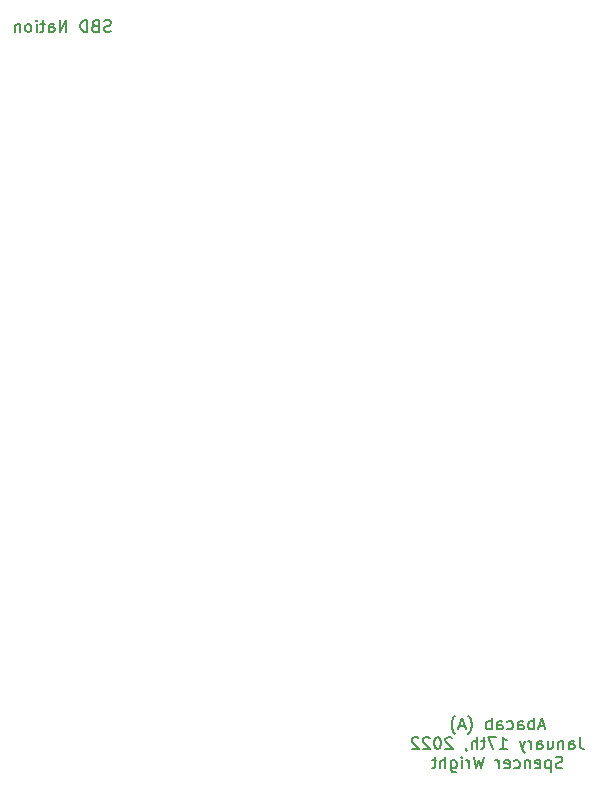
<source format=gbo>
G04 #@! TF.GenerationSoftware,KiCad,Pcbnew,(5.1.6-0-10_14)*
G04 #@! TF.CreationDate,2022-02-17T20:51:05-06:00*
G04 #@! TF.ProjectId,opto_isolator_with_micr,6f70746f-5f69-4736-9f6c-61746f725f77,rev?*
G04 #@! TF.SameCoordinates,Original*
G04 #@! TF.FileFunction,Legend,Bot*
G04 #@! TF.FilePolarity,Positive*
%FSLAX46Y46*%
G04 Gerber Fmt 4.6, Leading zero omitted, Abs format (unit mm)*
G04 Created by KiCad (PCBNEW (5.1.6-0-10_14)) date 2022-02-17 20:51:05*
%MOMM*%
%LPD*%
G01*
G04 APERTURE LIST*
%ADD10C,0.150000*%
%ADD11C,2.700000*%
%ADD12C,3.100000*%
%ADD13R,1.800000X1.800000*%
%ADD14O,1.800000X1.800000*%
%ADD15R,2.500000X1.700000*%
%ADD16O,2.500000X1.700000*%
%ADD17C,1.600000*%
%ADD18C,1.700000*%
%ADD19C,0.100000*%
%ADD20R,1.700000X1.700000*%
%ADD21C,5.100000*%
G04 APERTURE END LIST*
D10*
X154185428Y-68730761D02*
X154042571Y-68778380D01*
X153804476Y-68778380D01*
X153709238Y-68730761D01*
X153661619Y-68683142D01*
X153614000Y-68587904D01*
X153614000Y-68492666D01*
X153661619Y-68397428D01*
X153709238Y-68349809D01*
X153804476Y-68302190D01*
X153994952Y-68254571D01*
X154090190Y-68206952D01*
X154137809Y-68159333D01*
X154185428Y-68064095D01*
X154185428Y-67968857D01*
X154137809Y-67873619D01*
X154090190Y-67826000D01*
X153994952Y-67778380D01*
X153756857Y-67778380D01*
X153614000Y-67826000D01*
X152852095Y-68254571D02*
X152709238Y-68302190D01*
X152661619Y-68349809D01*
X152614000Y-68445047D01*
X152614000Y-68587904D01*
X152661619Y-68683142D01*
X152709238Y-68730761D01*
X152804476Y-68778380D01*
X153185428Y-68778380D01*
X153185428Y-67778380D01*
X152852095Y-67778380D01*
X152756857Y-67826000D01*
X152709238Y-67873619D01*
X152661619Y-67968857D01*
X152661619Y-68064095D01*
X152709238Y-68159333D01*
X152756857Y-68206952D01*
X152852095Y-68254571D01*
X153185428Y-68254571D01*
X152185428Y-68778380D02*
X152185428Y-67778380D01*
X151947333Y-67778380D01*
X151804476Y-67826000D01*
X151709238Y-67921238D01*
X151661619Y-68016476D01*
X151614000Y-68206952D01*
X151614000Y-68349809D01*
X151661619Y-68540285D01*
X151709238Y-68635523D01*
X151804476Y-68730761D01*
X151947333Y-68778380D01*
X152185428Y-68778380D01*
X150423523Y-68778380D02*
X150423523Y-67778380D01*
X149852095Y-68778380D01*
X149852095Y-67778380D01*
X148947333Y-68778380D02*
X148947333Y-68254571D01*
X148994952Y-68159333D01*
X149090190Y-68111714D01*
X149280666Y-68111714D01*
X149375904Y-68159333D01*
X148947333Y-68730761D02*
X149042571Y-68778380D01*
X149280666Y-68778380D01*
X149375904Y-68730761D01*
X149423523Y-68635523D01*
X149423523Y-68540285D01*
X149375904Y-68445047D01*
X149280666Y-68397428D01*
X149042571Y-68397428D01*
X148947333Y-68349809D01*
X148614000Y-68111714D02*
X148233047Y-68111714D01*
X148471142Y-67778380D02*
X148471142Y-68635523D01*
X148423523Y-68730761D01*
X148328285Y-68778380D01*
X148233047Y-68778380D01*
X147899714Y-68778380D02*
X147899714Y-68111714D01*
X147899714Y-67778380D02*
X147947333Y-67826000D01*
X147899714Y-67873619D01*
X147852095Y-67826000D01*
X147899714Y-67778380D01*
X147899714Y-67873619D01*
X147280666Y-68778380D02*
X147375904Y-68730761D01*
X147423523Y-68683142D01*
X147471142Y-68587904D01*
X147471142Y-68302190D01*
X147423523Y-68206952D01*
X147375904Y-68159333D01*
X147280666Y-68111714D01*
X147137809Y-68111714D01*
X147042571Y-68159333D01*
X146994952Y-68206952D01*
X146947333Y-68302190D01*
X146947333Y-68587904D01*
X146994952Y-68683142D01*
X147042571Y-68730761D01*
X147137809Y-68778380D01*
X147280666Y-68778380D01*
X146518761Y-68111714D02*
X146518761Y-68778380D01*
X146518761Y-68206952D02*
X146471142Y-68159333D01*
X146375904Y-68111714D01*
X146233047Y-68111714D01*
X146137809Y-68159333D01*
X146090190Y-68254571D01*
X146090190Y-68778380D01*
X190896380Y-127548666D02*
X190420190Y-127548666D01*
X190991619Y-127834380D02*
X190658285Y-126834380D01*
X190324952Y-127834380D01*
X189991619Y-127834380D02*
X189991619Y-126834380D01*
X189991619Y-127215333D02*
X189896380Y-127167714D01*
X189705904Y-127167714D01*
X189610666Y-127215333D01*
X189563047Y-127262952D01*
X189515428Y-127358190D01*
X189515428Y-127643904D01*
X189563047Y-127739142D01*
X189610666Y-127786761D01*
X189705904Y-127834380D01*
X189896380Y-127834380D01*
X189991619Y-127786761D01*
X188658285Y-127834380D02*
X188658285Y-127310571D01*
X188705904Y-127215333D01*
X188801142Y-127167714D01*
X188991619Y-127167714D01*
X189086857Y-127215333D01*
X188658285Y-127786761D02*
X188753523Y-127834380D01*
X188991619Y-127834380D01*
X189086857Y-127786761D01*
X189134476Y-127691523D01*
X189134476Y-127596285D01*
X189086857Y-127501047D01*
X188991619Y-127453428D01*
X188753523Y-127453428D01*
X188658285Y-127405809D01*
X187753523Y-127786761D02*
X187848761Y-127834380D01*
X188039238Y-127834380D01*
X188134476Y-127786761D01*
X188182095Y-127739142D01*
X188229714Y-127643904D01*
X188229714Y-127358190D01*
X188182095Y-127262952D01*
X188134476Y-127215333D01*
X188039238Y-127167714D01*
X187848761Y-127167714D01*
X187753523Y-127215333D01*
X186896380Y-127834380D02*
X186896380Y-127310571D01*
X186944000Y-127215333D01*
X187039238Y-127167714D01*
X187229714Y-127167714D01*
X187324952Y-127215333D01*
X186896380Y-127786761D02*
X186991619Y-127834380D01*
X187229714Y-127834380D01*
X187324952Y-127786761D01*
X187372571Y-127691523D01*
X187372571Y-127596285D01*
X187324952Y-127501047D01*
X187229714Y-127453428D01*
X186991619Y-127453428D01*
X186896380Y-127405809D01*
X186420190Y-127834380D02*
X186420190Y-126834380D01*
X186420190Y-127215333D02*
X186324952Y-127167714D01*
X186134476Y-127167714D01*
X186039238Y-127215333D01*
X185991619Y-127262952D01*
X185944000Y-127358190D01*
X185944000Y-127643904D01*
X185991619Y-127739142D01*
X186039238Y-127786761D01*
X186134476Y-127834380D01*
X186324952Y-127834380D01*
X186420190Y-127786761D01*
X184467809Y-128215333D02*
X184515428Y-128167714D01*
X184610666Y-128024857D01*
X184658285Y-127929619D01*
X184705904Y-127786761D01*
X184753523Y-127548666D01*
X184753523Y-127358190D01*
X184705904Y-127120095D01*
X184658285Y-126977238D01*
X184610666Y-126882000D01*
X184515428Y-126739142D01*
X184467809Y-126691523D01*
X184134476Y-127548666D02*
X183658285Y-127548666D01*
X184229714Y-127834380D02*
X183896380Y-126834380D01*
X183563047Y-127834380D01*
X183324952Y-128215333D02*
X183277333Y-128167714D01*
X183182095Y-128024857D01*
X183134476Y-127929619D01*
X183086857Y-127786761D01*
X183039238Y-127548666D01*
X183039238Y-127358190D01*
X183086857Y-127120095D01*
X183134476Y-126977238D01*
X183182095Y-126882000D01*
X183277333Y-126739142D01*
X183324952Y-126691523D01*
X193896380Y-128484380D02*
X193896380Y-129198666D01*
X193944000Y-129341523D01*
X194039238Y-129436761D01*
X194182095Y-129484380D01*
X194277333Y-129484380D01*
X192991619Y-129484380D02*
X192991619Y-128960571D01*
X193039238Y-128865333D01*
X193134476Y-128817714D01*
X193324952Y-128817714D01*
X193420190Y-128865333D01*
X192991619Y-129436761D02*
X193086857Y-129484380D01*
X193324952Y-129484380D01*
X193420190Y-129436761D01*
X193467809Y-129341523D01*
X193467809Y-129246285D01*
X193420190Y-129151047D01*
X193324952Y-129103428D01*
X193086857Y-129103428D01*
X192991619Y-129055809D01*
X192515428Y-128817714D02*
X192515428Y-129484380D01*
X192515428Y-128912952D02*
X192467809Y-128865333D01*
X192372571Y-128817714D01*
X192229714Y-128817714D01*
X192134476Y-128865333D01*
X192086857Y-128960571D01*
X192086857Y-129484380D01*
X191182095Y-128817714D02*
X191182095Y-129484380D01*
X191610666Y-128817714D02*
X191610666Y-129341523D01*
X191563047Y-129436761D01*
X191467809Y-129484380D01*
X191324952Y-129484380D01*
X191229714Y-129436761D01*
X191182095Y-129389142D01*
X190277333Y-129484380D02*
X190277333Y-128960571D01*
X190324952Y-128865333D01*
X190420190Y-128817714D01*
X190610666Y-128817714D01*
X190705904Y-128865333D01*
X190277333Y-129436761D02*
X190372571Y-129484380D01*
X190610666Y-129484380D01*
X190705904Y-129436761D01*
X190753523Y-129341523D01*
X190753523Y-129246285D01*
X190705904Y-129151047D01*
X190610666Y-129103428D01*
X190372571Y-129103428D01*
X190277333Y-129055809D01*
X189801142Y-129484380D02*
X189801142Y-128817714D01*
X189801142Y-129008190D02*
X189753523Y-128912952D01*
X189705904Y-128865333D01*
X189610666Y-128817714D01*
X189515428Y-128817714D01*
X189277333Y-128817714D02*
X189039238Y-129484380D01*
X188801142Y-128817714D02*
X189039238Y-129484380D01*
X189134476Y-129722476D01*
X189182095Y-129770095D01*
X189277333Y-129817714D01*
X187134476Y-129484380D02*
X187705904Y-129484380D01*
X187420190Y-129484380D02*
X187420190Y-128484380D01*
X187515428Y-128627238D01*
X187610666Y-128722476D01*
X187705904Y-128770095D01*
X186801142Y-128484380D02*
X186134476Y-128484380D01*
X186563047Y-129484380D01*
X185896380Y-128817714D02*
X185515428Y-128817714D01*
X185753523Y-128484380D02*
X185753523Y-129341523D01*
X185705904Y-129436761D01*
X185610666Y-129484380D01*
X185515428Y-129484380D01*
X185182095Y-129484380D02*
X185182095Y-128484380D01*
X184753523Y-129484380D02*
X184753523Y-128960571D01*
X184801142Y-128865333D01*
X184896380Y-128817714D01*
X185039238Y-128817714D01*
X185134476Y-128865333D01*
X185182095Y-128912952D01*
X184229714Y-129436761D02*
X184229714Y-129484380D01*
X184277333Y-129579619D01*
X184324952Y-129627238D01*
X183086857Y-128579619D02*
X183039238Y-128532000D01*
X182944000Y-128484380D01*
X182705904Y-128484380D01*
X182610666Y-128532000D01*
X182563047Y-128579619D01*
X182515428Y-128674857D01*
X182515428Y-128770095D01*
X182563047Y-128912952D01*
X183134476Y-129484380D01*
X182515428Y-129484380D01*
X181896380Y-128484380D02*
X181801142Y-128484380D01*
X181705904Y-128532000D01*
X181658285Y-128579619D01*
X181610666Y-128674857D01*
X181563047Y-128865333D01*
X181563047Y-129103428D01*
X181610666Y-129293904D01*
X181658285Y-129389142D01*
X181705904Y-129436761D01*
X181801142Y-129484380D01*
X181896380Y-129484380D01*
X181991619Y-129436761D01*
X182039238Y-129389142D01*
X182086857Y-129293904D01*
X182134476Y-129103428D01*
X182134476Y-128865333D01*
X182086857Y-128674857D01*
X182039238Y-128579619D01*
X181991619Y-128532000D01*
X181896380Y-128484380D01*
X181182095Y-128579619D02*
X181134476Y-128532000D01*
X181039238Y-128484380D01*
X180801142Y-128484380D01*
X180705904Y-128532000D01*
X180658285Y-128579619D01*
X180610666Y-128674857D01*
X180610666Y-128770095D01*
X180658285Y-128912952D01*
X181229714Y-129484380D01*
X180610666Y-129484380D01*
X180229714Y-128579619D02*
X180182095Y-128532000D01*
X180086857Y-128484380D01*
X179848761Y-128484380D01*
X179753523Y-128532000D01*
X179705904Y-128579619D01*
X179658285Y-128674857D01*
X179658285Y-128770095D01*
X179705904Y-128912952D01*
X180277333Y-129484380D01*
X179658285Y-129484380D01*
X192420190Y-131086761D02*
X192277333Y-131134380D01*
X192039238Y-131134380D01*
X191944000Y-131086761D01*
X191896380Y-131039142D01*
X191848761Y-130943904D01*
X191848761Y-130848666D01*
X191896380Y-130753428D01*
X191944000Y-130705809D01*
X192039238Y-130658190D01*
X192229714Y-130610571D01*
X192324952Y-130562952D01*
X192372571Y-130515333D01*
X192420190Y-130420095D01*
X192420190Y-130324857D01*
X192372571Y-130229619D01*
X192324952Y-130182000D01*
X192229714Y-130134380D01*
X191991619Y-130134380D01*
X191848761Y-130182000D01*
X191420190Y-130467714D02*
X191420190Y-131467714D01*
X191420190Y-130515333D02*
X191324952Y-130467714D01*
X191134476Y-130467714D01*
X191039238Y-130515333D01*
X190991619Y-130562952D01*
X190944000Y-130658190D01*
X190944000Y-130943904D01*
X190991619Y-131039142D01*
X191039238Y-131086761D01*
X191134476Y-131134380D01*
X191324952Y-131134380D01*
X191420190Y-131086761D01*
X190134476Y-131086761D02*
X190229714Y-131134380D01*
X190420190Y-131134380D01*
X190515428Y-131086761D01*
X190563047Y-130991523D01*
X190563047Y-130610571D01*
X190515428Y-130515333D01*
X190420190Y-130467714D01*
X190229714Y-130467714D01*
X190134476Y-130515333D01*
X190086857Y-130610571D01*
X190086857Y-130705809D01*
X190563047Y-130801047D01*
X189658285Y-130467714D02*
X189658285Y-131134380D01*
X189658285Y-130562952D02*
X189610666Y-130515333D01*
X189515428Y-130467714D01*
X189372571Y-130467714D01*
X189277333Y-130515333D01*
X189229714Y-130610571D01*
X189229714Y-131134380D01*
X188324952Y-131086761D02*
X188420190Y-131134380D01*
X188610666Y-131134380D01*
X188705904Y-131086761D01*
X188753523Y-131039142D01*
X188801142Y-130943904D01*
X188801142Y-130658190D01*
X188753523Y-130562952D01*
X188705904Y-130515333D01*
X188610666Y-130467714D01*
X188420190Y-130467714D01*
X188324952Y-130515333D01*
X187515428Y-131086761D02*
X187610666Y-131134380D01*
X187801142Y-131134380D01*
X187896380Y-131086761D01*
X187944000Y-130991523D01*
X187944000Y-130610571D01*
X187896380Y-130515333D01*
X187801142Y-130467714D01*
X187610666Y-130467714D01*
X187515428Y-130515333D01*
X187467809Y-130610571D01*
X187467809Y-130705809D01*
X187944000Y-130801047D01*
X187039238Y-131134380D02*
X187039238Y-130467714D01*
X187039238Y-130658190D02*
X186991619Y-130562952D01*
X186944000Y-130515333D01*
X186848761Y-130467714D01*
X186753523Y-130467714D01*
X185753523Y-130134380D02*
X185515428Y-131134380D01*
X185324952Y-130420095D01*
X185134476Y-131134380D01*
X184896380Y-130134380D01*
X184515428Y-131134380D02*
X184515428Y-130467714D01*
X184515428Y-130658190D02*
X184467809Y-130562952D01*
X184420190Y-130515333D01*
X184324952Y-130467714D01*
X184229714Y-130467714D01*
X183896380Y-131134380D02*
X183896380Y-130467714D01*
X183896380Y-130134380D02*
X183944000Y-130182000D01*
X183896380Y-130229619D01*
X183848761Y-130182000D01*
X183896380Y-130134380D01*
X183896380Y-130229619D01*
X182991619Y-130467714D02*
X182991619Y-131277238D01*
X183039238Y-131372476D01*
X183086857Y-131420095D01*
X183182095Y-131467714D01*
X183324952Y-131467714D01*
X183420190Y-131420095D01*
X182991619Y-131086761D02*
X183086857Y-131134380D01*
X183277333Y-131134380D01*
X183372571Y-131086761D01*
X183420190Y-131039142D01*
X183467809Y-130943904D01*
X183467809Y-130658190D01*
X183420190Y-130562952D01*
X183372571Y-130515333D01*
X183277333Y-130467714D01*
X183086857Y-130467714D01*
X182991619Y-130515333D01*
X182515428Y-131134380D02*
X182515428Y-130134380D01*
X182086857Y-131134380D02*
X182086857Y-130610571D01*
X182134476Y-130515333D01*
X182229714Y-130467714D01*
X182372571Y-130467714D01*
X182467809Y-130515333D01*
X182515428Y-130562952D01*
X181753523Y-130467714D02*
X181372571Y-130467714D01*
X181610666Y-130134380D02*
X181610666Y-130991523D01*
X181563047Y-131086761D01*
X181467809Y-131134380D01*
X181372571Y-131134380D01*
%LPC*%
D11*
X135890000Y-119888000D03*
D12*
X204470000Y-133350000D03*
X136144000Y-133096000D03*
X204292200Y-64566800D03*
X135890000Y-64770000D03*
D13*
X170434000Y-121666000D03*
D14*
X170434000Y-124206000D03*
X170434000Y-126746000D03*
X170434000Y-129286000D03*
X170434000Y-131826000D03*
X170434000Y-134366000D03*
D13*
X200406000Y-90678000D03*
D14*
X200406000Y-88138000D03*
D13*
X205232000Y-108204000D03*
D14*
X205232000Y-110744000D03*
X205232000Y-113284000D03*
X205232000Y-115824000D03*
X205232000Y-118364000D03*
X205232000Y-120904000D03*
X139700000Y-120142000D03*
D13*
X142240000Y-120142000D03*
D14*
X196342000Y-90424000D03*
X196342000Y-87884000D03*
X196342000Y-85344000D03*
X196342000Y-82804000D03*
X196342000Y-80264000D03*
D13*
X196342000Y-77724000D03*
D14*
X139700000Y-115570000D03*
D13*
X142240000Y-115570000D03*
X139954000Y-89662000D03*
D14*
X139954000Y-92202000D03*
X139954000Y-94742000D03*
X139954000Y-97282000D03*
X139954000Y-99822000D03*
X139954000Y-102362000D03*
X139954000Y-104902000D03*
X139954000Y-107442000D03*
D13*
X204978000Y-76454000D03*
D14*
X204978000Y-78994000D03*
D13*
X163830000Y-134620000D03*
D14*
X163830000Y-132080000D03*
X163830000Y-129540000D03*
X163830000Y-127000000D03*
X163830000Y-124460000D03*
X163957000Y-63093600D03*
X163957000Y-65633600D03*
X163957000Y-68173600D03*
X163957000Y-70713600D03*
D13*
X163957000Y-73253600D03*
X198678800Y-73456800D03*
D14*
X198678800Y-70916800D03*
X198678800Y-68376800D03*
X198678800Y-65836800D03*
X198678800Y-63296800D03*
X199161400Y-124383800D03*
X199161400Y-126923800D03*
X199161400Y-129463800D03*
X199161400Y-132003800D03*
D13*
X199161400Y-134543800D03*
D15*
X166395400Y-77089000D03*
D16*
X174015400Y-94869000D03*
X166395400Y-79629000D03*
X174015400Y-92329000D03*
X166395400Y-82169000D03*
X174015400Y-89789000D03*
X166395400Y-84709000D03*
X174015400Y-87249000D03*
X166395400Y-87249000D03*
X174015400Y-84709000D03*
X166395400Y-89789000D03*
X174015400Y-82169000D03*
X166395400Y-92329000D03*
X174015400Y-79629000D03*
X166395400Y-94869000D03*
X174015400Y-77089000D03*
D17*
X179578000Y-96266000D03*
X184458000Y-96266000D03*
D13*
X205232000Y-103886000D03*
D14*
X205232000Y-101346000D03*
X205232000Y-98806000D03*
X205232000Y-96266000D03*
X205232000Y-93726000D03*
X205232000Y-91186000D03*
X205232000Y-88646000D03*
X205232000Y-86106000D03*
D18*
X188996466Y-105684466D03*
D19*
G36*
X193734082Y-109220000D02*
G01*
X192532000Y-110422082D01*
X191329918Y-109220000D01*
X192532000Y-108017918D01*
X193734082Y-109220000D01*
G37*
D18*
X157146000Y-84582000D03*
D20*
X152146000Y-84582000D03*
D19*
G36*
X200571616Y-118618000D02*
G01*
X199369534Y-119820082D01*
X198167452Y-118618000D01*
X199369534Y-117415918D01*
X200571616Y-118618000D01*
G37*
D18*
X195834000Y-115082466D03*
D19*
G36*
X200338082Y-99801534D02*
G01*
X199136000Y-101003616D01*
X197933918Y-99801534D01*
X199136000Y-98599452D01*
X200338082Y-99801534D01*
G37*
D18*
X195600466Y-96266000D03*
D11*
X136652000Y-79756000D03*
X136652000Y-73152000D03*
X136652000Y-86614000D03*
X136144000Y-111252000D03*
X136398000Y-94742000D03*
X136398000Y-127762000D03*
X136398000Y-102870000D03*
X134366000Y-69850000D03*
X134366000Y-83312000D03*
X134366000Y-123952000D03*
X134366000Y-76454000D03*
X134112000Y-98806000D03*
X134366000Y-115824000D03*
X134366000Y-106934000D03*
X134366000Y-90678000D03*
D21*
X141732000Y-77978000D03*
X148336000Y-77978000D03*
M02*

</source>
